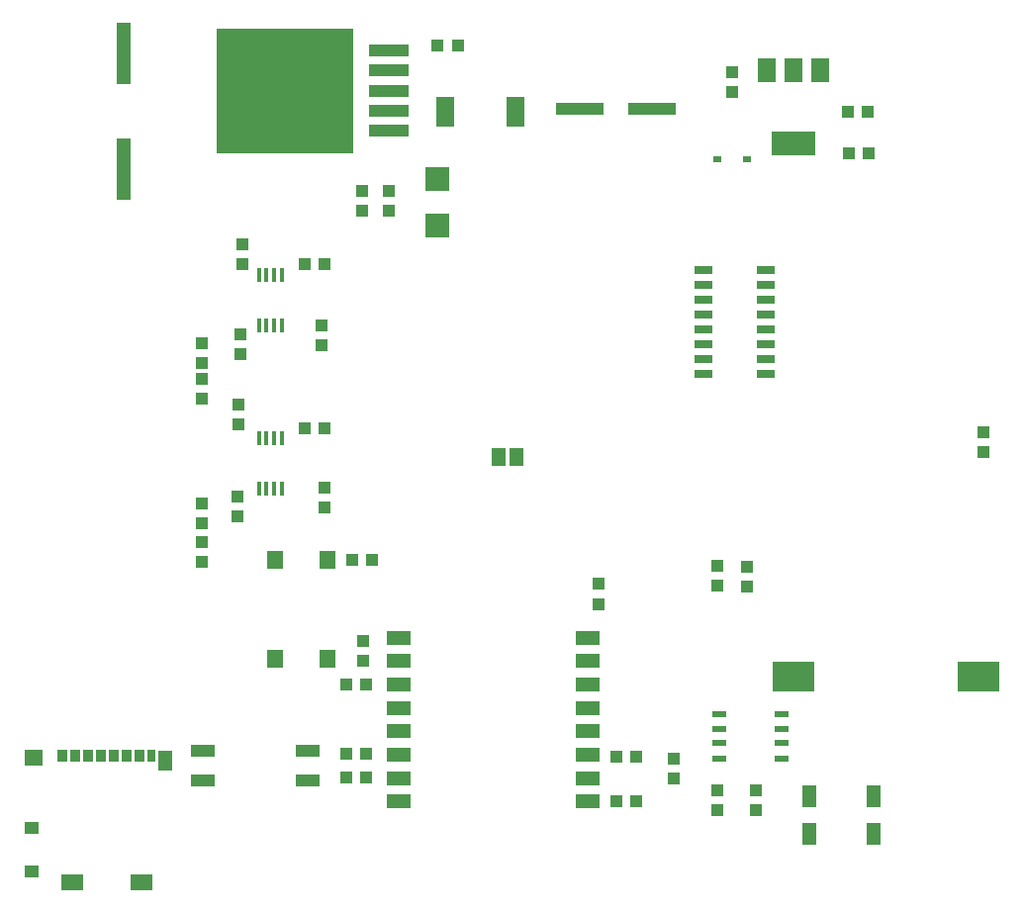
<source format=gtp>
G75*
%MOIN*%
%OFA0B0*%
%FSLAX25Y25*%
%IPPOS*%
%LPD*%
%AMOC8*
5,1,8,0,0,1.08239X$1,22.5*
%
%ADD10R,0.01575X0.04724*%
%ADD11R,0.03937X0.04331*%
%ADD12R,0.07874X0.07874*%
%ADD13R,0.04331X0.03937*%
%ADD14R,0.05900X0.07900*%
%ADD15R,0.15000X0.07900*%
%ADD16R,0.13800X0.04100*%
%ADD17R,0.45900X0.42000*%
%ADD18R,0.05906X0.09843*%
%ADD19R,0.03150X0.02362*%
%ADD20R,0.16000X0.04300*%
%ADD21R,0.07874X0.04724*%
%ADD22R,0.04700X0.21100*%
%ADD23R,0.03350X0.04300*%
%ADD24R,0.02950X0.04300*%
%ADD25R,0.04606X0.07059*%
%ADD26R,0.07509X0.05306*%
%ADD27R,0.04706X0.03955*%
%ADD28R,0.06108X0.05307*%
%ADD29R,0.05512X0.06299*%
%ADD30R,0.04600X0.06300*%
%ADD31R,0.06000X0.02500*%
%ADD32R,0.05118X0.07480*%
%ADD33R,0.05118X0.02362*%
%ADD34R,0.13937X0.10236*%
%ADD35R,0.07900X0.04300*%
D10*
X0162988Y0196040D03*
X0165547Y0196040D03*
X0168106Y0196040D03*
X0170665Y0196040D03*
X0170665Y0213022D03*
X0168106Y0213022D03*
X0165547Y0213022D03*
X0162988Y0213022D03*
X0162988Y0251040D03*
X0165547Y0251040D03*
X0168106Y0251040D03*
X0170665Y0251040D03*
X0170665Y0268022D03*
X0168106Y0268022D03*
X0165547Y0268022D03*
X0162988Y0268022D03*
D11*
X0157627Y0271585D03*
X0157627Y0278278D03*
X0178480Y0271531D03*
X0185173Y0271531D03*
X0197786Y0289589D03*
X0197786Y0296282D03*
X0206950Y0296269D03*
X0206950Y0289576D03*
X0184051Y0251000D03*
X0184051Y0244307D03*
X0156827Y0241185D03*
X0156827Y0247878D03*
X0156127Y0224378D03*
X0156127Y0217685D03*
X0178441Y0216208D03*
X0185134Y0216208D03*
X0185027Y0196378D03*
X0185027Y0189685D03*
X0155827Y0186485D03*
X0155827Y0193178D03*
X0194599Y0172016D03*
X0201292Y0172016D03*
X0277627Y0163778D03*
X0277627Y0157085D03*
X0199173Y0129831D03*
X0192480Y0129831D03*
X0192480Y0106531D03*
X0199173Y0106531D03*
X0199173Y0098531D03*
X0192480Y0098531D03*
X0283480Y0105531D03*
X0290173Y0105531D03*
X0317372Y0094309D03*
X0317372Y0087616D03*
X0407110Y0208199D03*
X0407110Y0214892D03*
X0322327Y0329585D03*
X0322327Y0336278D03*
D12*
X0223111Y0300249D03*
X0223111Y0284501D03*
D13*
X0143827Y0244878D03*
X0143827Y0238185D03*
X0143827Y0232878D03*
X0143827Y0226185D03*
X0143827Y0190878D03*
X0143827Y0184185D03*
X0143827Y0177878D03*
X0143827Y0171185D03*
X0198277Y0144467D03*
X0198277Y0137774D03*
X0283480Y0090531D03*
X0290173Y0090531D03*
X0302827Y0098185D03*
X0302827Y0104878D03*
X0330456Y0094361D03*
X0330456Y0087668D03*
X0327365Y0162923D03*
X0327365Y0169615D03*
X0317551Y0169878D03*
X0317551Y0163185D03*
X0361729Y0309002D03*
X0368422Y0309002D03*
X0368197Y0322827D03*
X0361504Y0322827D03*
X0229972Y0345338D03*
X0223280Y0345338D03*
D14*
X0334038Y0336931D03*
X0343038Y0336931D03*
X0352038Y0336931D03*
D15*
X0343138Y0312131D03*
D16*
X0206902Y0316690D03*
X0206902Y0323390D03*
X0206902Y0330090D03*
X0206902Y0336790D03*
X0206902Y0343490D03*
D17*
X0171702Y0330090D03*
D18*
X0225715Y0322884D03*
X0249337Y0322884D03*
D19*
X0317472Y0306901D03*
X0327315Y0306901D03*
D20*
X0295627Y0323931D03*
X0271027Y0323931D03*
D21*
X0273827Y0145657D03*
X0273827Y0137783D03*
X0273827Y0129909D03*
X0273827Y0122035D03*
X0273827Y0114161D03*
X0273827Y0106287D03*
X0273827Y0098413D03*
X0273827Y0090539D03*
X0210047Y0090539D03*
X0210047Y0098413D03*
X0210047Y0106287D03*
X0210047Y0114161D03*
X0210047Y0122035D03*
X0210047Y0129909D03*
X0210047Y0137783D03*
X0210047Y0145657D03*
D22*
X0117426Y0303496D03*
X0117426Y0342696D03*
D23*
X0118328Y0105787D03*
X0114026Y0105787D03*
X0109733Y0105777D03*
X0105371Y0105767D03*
X0101061Y0105787D03*
X0096768Y0105787D03*
X0122684Y0105776D03*
D24*
X0126855Y0105777D03*
D25*
X0131578Y0104401D03*
D26*
X0100133Y0063237D03*
X0123614Y0063239D03*
D27*
X0086369Y0067051D03*
X0086369Y0081619D03*
D28*
X0087085Y0105291D03*
D29*
X0168522Y0138472D03*
X0186239Y0138472D03*
X0186239Y0171936D03*
X0168522Y0171936D03*
D30*
X0243827Y0206531D03*
X0249827Y0206531D03*
D31*
X0312681Y0234740D03*
X0312681Y0239740D03*
X0312681Y0244740D03*
X0312681Y0249740D03*
X0312681Y0254740D03*
X0312681Y0259740D03*
X0312681Y0264740D03*
X0312681Y0269740D03*
X0333902Y0269740D03*
X0333902Y0264740D03*
X0333902Y0259740D03*
X0333902Y0254740D03*
X0333902Y0249740D03*
X0333902Y0244740D03*
X0333902Y0239740D03*
X0333902Y0234740D03*
D32*
X0348577Y0092262D03*
X0370231Y0092262D03*
X0370231Y0079664D03*
X0348577Y0079664D03*
D33*
X0339063Y0105051D03*
X0339063Y0110169D03*
X0339063Y0114894D03*
X0339063Y0120012D03*
X0318197Y0120012D03*
X0318197Y0114894D03*
X0318197Y0110169D03*
X0318197Y0105051D03*
D34*
X0343150Y0132531D03*
X0405551Y0132531D03*
D35*
X0179527Y0107531D03*
X0179527Y0097531D03*
X0144127Y0097531D03*
X0144127Y0107531D03*
M02*

</source>
